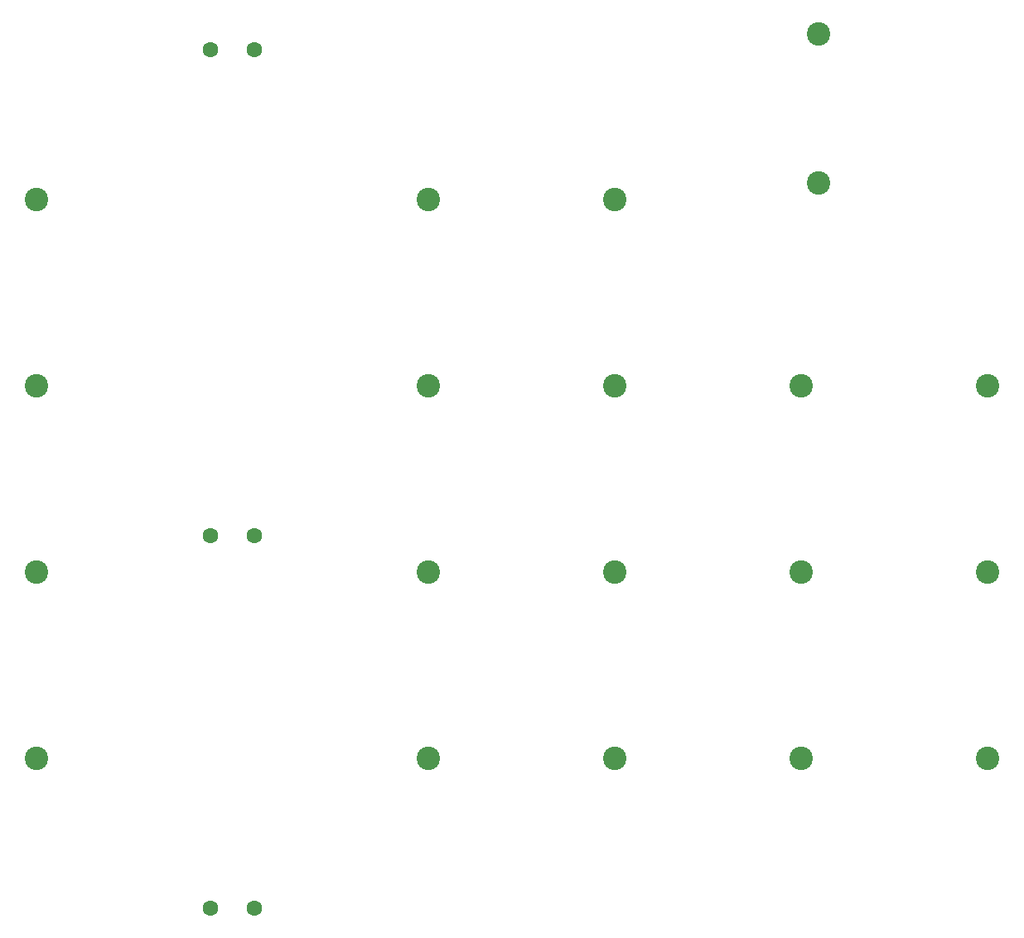
<source format=gbs>
G04 #@! TF.GenerationSoftware,KiCad,Pcbnew,(5.1.2)-2*
G04 #@! TF.CreationDate,2020-05-17T13:24:37+09:00*
G04 #@! TF.ProjectId,sekimen________(__________,73656b69-6d65-46e2-98c8-c3d7d7ecfcc8,rev?*
G04 #@! TF.SameCoordinates,Original*
G04 #@! TF.FileFunction,Soldermask,Bot*
G04 #@! TF.FilePolarity,Negative*
%FSLAX46Y46*%
G04 Gerber Fmt 4.6, Leading zero omitted, Abs format (unit mm)*
G04 Created by KiCad (PCBNEW (5.1.2)-2) date 2020-05-17 13:24:37*
%MOMM*%
%LPD*%
G04 APERTURE LIST*
%ADD10C,2.400000*%
%ADD11C,1.600000*%
G04 APERTURE END LIST*
D10*
X-21050000Y36100000D03*
X-21050000Y17050000D03*
X-21050000Y74200000D03*
X-21050000Y55150000D03*
D11*
X1270000Y89480000D03*
D10*
X76200000Y17050000D03*
X57150000Y17050000D03*
X38100000Y17050000D03*
X19050000Y17050000D03*
X76200000Y36100000D03*
X57150000Y36100000D03*
X38100000Y36100000D03*
X19050000Y36100000D03*
X76200000Y55150000D03*
X57150000Y55150000D03*
X38100000Y55150000D03*
X19050000Y55150000D03*
X58950000Y91070000D03*
X58950000Y75870000D03*
X38100000Y74200000D03*
X19050000Y74200000D03*
D11*
X1270000Y39820000D03*
X1270000Y1720000D03*
X-3270000Y89480000D03*
X-3270000Y39820000D03*
X-3270000Y1720000D03*
M02*

</source>
